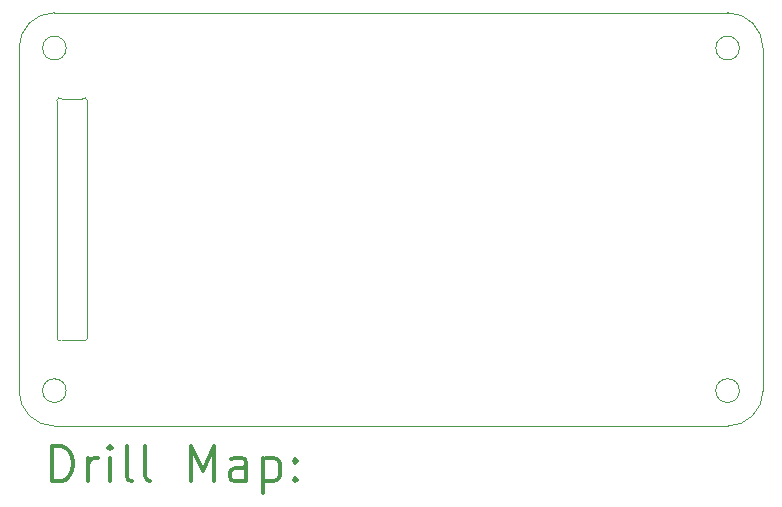
<source format=gbr>
%FSLAX45Y45*%
G04 Gerber Fmt 4.5, Leading zero omitted, Abs format (unit mm)*
G04 Created by KiCad (PCBNEW (5.1.6)-1) date 2022-07-31 05:26:36*
%MOMM*%
%LPD*%
G01*
G04 APERTURE LIST*
%TA.AperFunction,Profile*%
%ADD10C,0.050000*%
%TD*%
%ADD11C,0.200000*%
%ADD12C,0.300000*%
G04 APERTURE END LIST*
D10*
X10820000Y-11455000D02*
G75*
G03*
X10865000Y-11470000I25000J0D01*
G01*
X11080000Y-11455000D02*
G75*
G02*
X11035000Y-11470000I-25000J0D01*
G01*
X11035000Y-11470000D02*
X10865000Y-11470000D01*
X11080000Y-9445000D02*
G75*
G03*
X11035000Y-9430000I-25000J0D01*
G01*
X10820000Y-9445000D02*
G75*
G02*
X10865000Y-9430000I25000J0D01*
G01*
X11080000Y-11455000D02*
X11080000Y-9445000D01*
X10820000Y-9445000D02*
X10820000Y-11455000D01*
X10865000Y-9430000D02*
X11035000Y-9430000D01*
X16600000Y-11900000D02*
G75*
G03*
X16600000Y-11900000I-100000J0D01*
G01*
X16800000Y-11900000D02*
G75*
G02*
X16500000Y-12200000I-300000J0D01*
G01*
X16500000Y-8700000D02*
G75*
G02*
X16800000Y-9000000I0J-300000D01*
G01*
X10800000Y-12200000D02*
G75*
G02*
X10500000Y-11900000I0J300000D01*
G01*
X10800000Y-12200000D02*
X16500000Y-12200000D01*
X16800000Y-9000000D02*
X16800000Y-11900000D01*
X16500000Y-8700000D02*
X10800000Y-8700000D01*
X10500000Y-9000000D02*
G75*
G02*
X10800000Y-8700000I300000J0D01*
G01*
X10500000Y-9000000D02*
X10500000Y-11900000D01*
X16600000Y-9000000D02*
G75*
G03*
X16600000Y-9000000I-100000J0D01*
G01*
X10900000Y-9000000D02*
G75*
G03*
X10900000Y-9000000I-100000J0D01*
G01*
X10900000Y-11900000D02*
G75*
G03*
X10900000Y-11900000I-100000J0D01*
G01*
D11*
D12*
X10783928Y-12668214D02*
X10783928Y-12368214D01*
X10855357Y-12368214D01*
X10898214Y-12382500D01*
X10926786Y-12411071D01*
X10941071Y-12439643D01*
X10955357Y-12496786D01*
X10955357Y-12539643D01*
X10941071Y-12596786D01*
X10926786Y-12625357D01*
X10898214Y-12653929D01*
X10855357Y-12668214D01*
X10783928Y-12668214D01*
X11083928Y-12668214D02*
X11083928Y-12468214D01*
X11083928Y-12525357D02*
X11098214Y-12496786D01*
X11112500Y-12482500D01*
X11141071Y-12468214D01*
X11169643Y-12468214D01*
X11269643Y-12668214D02*
X11269643Y-12468214D01*
X11269643Y-12368214D02*
X11255357Y-12382500D01*
X11269643Y-12396786D01*
X11283928Y-12382500D01*
X11269643Y-12368214D01*
X11269643Y-12396786D01*
X11455357Y-12668214D02*
X11426786Y-12653929D01*
X11412500Y-12625357D01*
X11412500Y-12368214D01*
X11612500Y-12668214D02*
X11583928Y-12653929D01*
X11569643Y-12625357D01*
X11569643Y-12368214D01*
X11955357Y-12668214D02*
X11955357Y-12368214D01*
X12055357Y-12582500D01*
X12155357Y-12368214D01*
X12155357Y-12668214D01*
X12426786Y-12668214D02*
X12426786Y-12511071D01*
X12412500Y-12482500D01*
X12383928Y-12468214D01*
X12326786Y-12468214D01*
X12298214Y-12482500D01*
X12426786Y-12653929D02*
X12398214Y-12668214D01*
X12326786Y-12668214D01*
X12298214Y-12653929D01*
X12283928Y-12625357D01*
X12283928Y-12596786D01*
X12298214Y-12568214D01*
X12326786Y-12553929D01*
X12398214Y-12553929D01*
X12426786Y-12539643D01*
X12569643Y-12468214D02*
X12569643Y-12768214D01*
X12569643Y-12482500D02*
X12598214Y-12468214D01*
X12655357Y-12468214D01*
X12683928Y-12482500D01*
X12698214Y-12496786D01*
X12712500Y-12525357D01*
X12712500Y-12611071D01*
X12698214Y-12639643D01*
X12683928Y-12653929D01*
X12655357Y-12668214D01*
X12598214Y-12668214D01*
X12569643Y-12653929D01*
X12841071Y-12639643D02*
X12855357Y-12653929D01*
X12841071Y-12668214D01*
X12826786Y-12653929D01*
X12841071Y-12639643D01*
X12841071Y-12668214D01*
X12841071Y-12482500D02*
X12855357Y-12496786D01*
X12841071Y-12511071D01*
X12826786Y-12496786D01*
X12841071Y-12482500D01*
X12841071Y-12511071D01*
M02*

</source>
